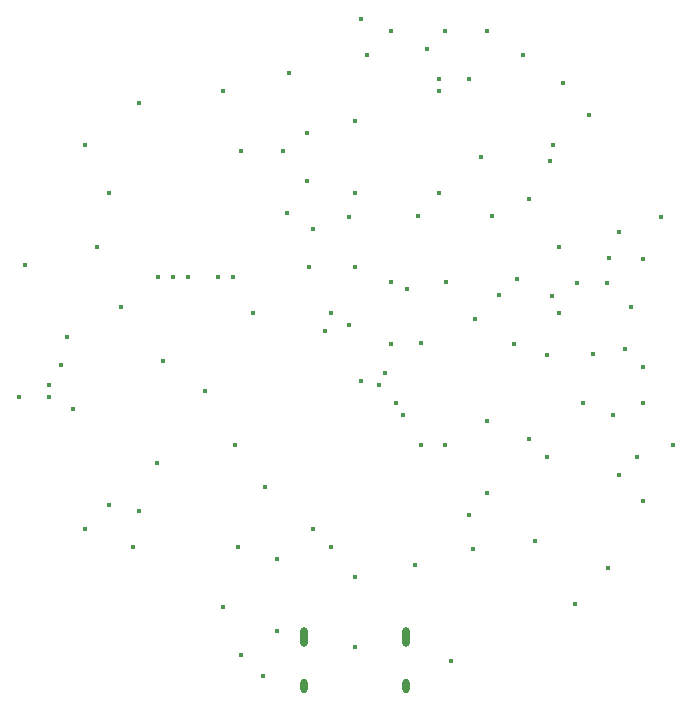
<source format=gbr>
%TF.GenerationSoftware,KiCad,Pcbnew,7.0.9*%
%TF.CreationDate,2025-01-08T15:48:21+01:00*%
%TF.ProjectId,DB-radar,44422d72-6164-4617-922e-6b696361645f,rev?*%
%TF.SameCoordinates,Original*%
%TF.FileFunction,Plated,1,4,PTH,Mixed*%
%TF.FilePolarity,Positive*%
%FSLAX46Y46*%
G04 Gerber Fmt 4.6, Leading zero omitted, Abs format (unit mm)*
G04 Created by KiCad (PCBNEW 7.0.9) date 2025-01-08 15:48:21*
%MOMM*%
%LPD*%
G01*
G04 APERTURE LIST*
%TA.AperFunction,ViaDrill*%
%ADD10C,0.400000*%
%TD*%
G04 aperture for slot hole*
%TA.AperFunction,ComponentDrill*%
%ADD11O,0.600000X1.700000*%
%TD*%
G04 aperture for slot hole*
%TA.AperFunction,ComponentDrill*%
%ADD12O,0.600000X1.200000*%
%TD*%
G04 APERTURE END LIST*
D10*
X73152000Y-131064000D03*
X73660000Y-119888000D03*
X75692000Y-130048000D03*
X75692000Y-131064000D03*
X76722883Y-128427037D03*
X77216000Y-125984000D03*
X77708983Y-132107214D03*
X78740000Y-109728000D03*
X78740000Y-142240000D03*
X79756000Y-118364000D03*
X80772000Y-113792000D03*
X80772000Y-140208000D03*
X81788000Y-123444000D03*
X82804000Y-143764000D03*
X83312000Y-106172000D03*
X83312000Y-140716000D03*
X84836000Y-136652000D03*
X84963000Y-120969000D03*
X85344000Y-128016000D03*
X86233000Y-120969000D03*
X87503000Y-120969000D03*
X88900000Y-130556000D03*
X90043000Y-120969000D03*
X90424000Y-105156000D03*
X90424000Y-148844000D03*
X91313000Y-120969000D03*
X91440000Y-135128000D03*
X91725002Y-143831541D03*
X91948000Y-110236000D03*
X91948000Y-152908000D03*
X92964000Y-123952000D03*
X93789174Y-154752750D03*
X93980000Y-138684000D03*
X94996000Y-144780000D03*
X94996000Y-150876000D03*
X95504000Y-110236000D03*
X95871861Y-115481438D03*
X96012000Y-103632000D03*
X97536000Y-108712000D03*
X97536000Y-112776000D03*
X97758274Y-120104500D03*
X98044000Y-116840000D03*
X98044000Y-142240000D03*
X99060000Y-125476000D03*
X99568000Y-123952000D03*
X99568000Y-143764000D03*
X101092000Y-115824000D03*
X101092000Y-124968000D03*
X101600000Y-107696000D03*
X101600000Y-113792000D03*
X101600000Y-120104500D03*
X101600000Y-146304000D03*
X101600000Y-152250500D03*
X102108000Y-99060000D03*
X102118858Y-129724500D03*
X102616000Y-102108000D03*
X103632000Y-130048000D03*
X104140000Y-129032000D03*
X104648000Y-100076000D03*
X104648000Y-121350498D03*
X104668372Y-126612910D03*
X105125500Y-131572000D03*
X105664000Y-132588000D03*
X106013500Y-121920000D03*
X106680000Y-145288000D03*
X106953160Y-115750682D03*
X107188000Y-126492000D03*
X107188000Y-135128000D03*
X107696000Y-101600000D03*
X108712000Y-104140000D03*
X108712000Y-105156000D03*
X108712000Y-113792000D03*
X109220000Y-100076000D03*
X109220000Y-135128000D03*
X109322312Y-121333159D03*
X109728000Y-153416000D03*
X111252000Y-104140000D03*
X111252000Y-141072264D03*
X111566750Y-143932890D03*
X111764299Y-124455701D03*
X112268000Y-110744000D03*
X112776000Y-100076000D03*
X112776000Y-133096000D03*
X112776000Y-139192000D03*
X113221107Y-115765545D03*
X113792000Y-122428000D03*
X115044652Y-126628853D03*
X115315999Y-121108612D03*
X115824000Y-102108000D03*
X116332000Y-114300000D03*
X116332000Y-134620000D03*
X116840000Y-143256000D03*
X117856000Y-127508000D03*
X117856000Y-136144000D03*
X118114205Y-111124890D03*
X118299000Y-122555000D03*
X118364000Y-109728000D03*
X118872000Y-118364000D03*
X118872000Y-123952000D03*
X119236942Y-104492107D03*
X120214944Y-148604607D03*
X120396000Y-121412000D03*
X120904000Y-131572000D03*
X121412000Y-107188000D03*
X121770521Y-127485162D03*
X122936000Y-121412000D03*
X123040587Y-145564656D03*
X123157884Y-119346778D03*
X123444000Y-132588000D03*
X123951749Y-117122364D03*
X123952000Y-137668000D03*
X124460000Y-127000000D03*
X124968000Y-123444000D03*
X125476000Y-136144000D03*
X125984000Y-119380000D03*
X125984000Y-128524000D03*
X125984000Y-131572000D03*
X126026297Y-139931568D03*
X127508000Y-115824000D03*
X128524000Y-135128000D03*
D11*
%TO.C,J1*%
X97280000Y-151384000D03*
D12*
X97280000Y-155564000D03*
D11*
X105920000Y-151384000D03*
D12*
X105920000Y-155564000D03*
M02*

</source>
